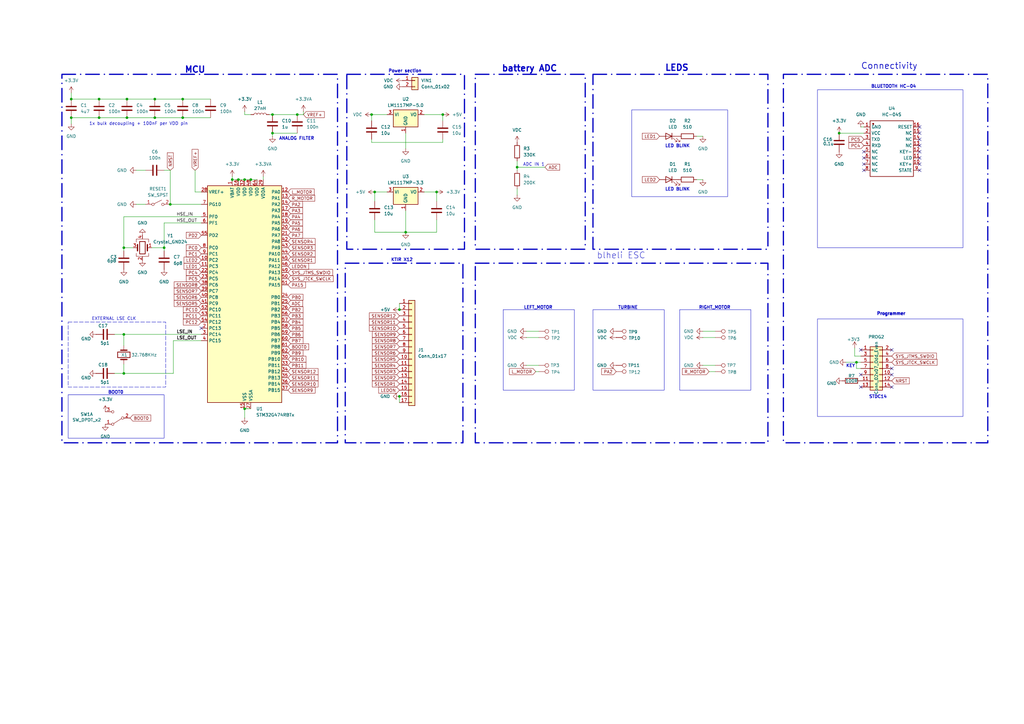
<source format=kicad_sch>
(kicad_sch (version 20231120) (generator "eeschema") (generator_version "8.0")
  (paper "A3")
  (junction (at 74.93 40.64))
  (junction (at 153.67 78.74))
  (junction (at 179.07 78.74))
  (junction (at 29.21 40.64))
  (junction (at 111.76 54.61))
  (junction (at 40.64 40.64))
  (junction (at 29.21 48.26))
  (junction (at 69.85 83.82))
  (junction (at 52.07 48.26))
  (junction (at 67.31 101.6))
  (junction (at 152.4 46.99))
  (junction (at 50.8 153.162))
  (junction (at 50.8 101.6))
  (junction (at 100.33 167.64))
  (junction (at 63.5 48.26))
  (junction (at 166.37 95.25))
  (junction (at 121.92 46.99))
  (junction (at 40.64 48.26))
  (junction (at 102.87 73.66))
  (junction (at 100.33 73.66))
  (junction (at 74.93 48.26))
  (junction (at 344.17 54.61))
  (junction (at 95.25 73.66))
  (junction (at 212.09 68.58))
  (junction (at 351.282 148.59))
  (junction (at 50.8 137.16))
  (junction (at 181.61 46.99))
  (junction (at 63.5 40.64))
  (junction (at 97.79 73.66))
  (junction (at 163.83 127))
  (junction (at 52.07 40.64))
  (junction (at 163.83 162.56))
  (junction (at 111.76 46.99))
  (no_connect (at 353.06 153.67))
  (no_connect (at 354.33 67.31))
  (no_connect (at 353.06 143.51))
  (no_connect (at 377.19 62.23))
  (no_connect (at 365.76 158.75))
  (no_connect (at 377.19 54.61))
  (no_connect (at 377.19 69.85))
  (no_connect (at 354.33 64.77))
  (no_connect (at 377.19 57.15))
  (no_connect (at 377.19 67.31))
  (no_connect (at 377.19 59.69))
  (no_connect (at 354.33 69.85))
  (no_connect (at 377.19 64.77))
  (no_connect (at 82.55 134.62))
  (no_connect (at 353.06 158.75))
  (no_connect (at 354.33 62.23))
  (no_connect (at 365.76 151.13))
  (no_connect (at 377.19 52.07))
  (no_connect (at 365.76 153.67))
  (no_connect (at 365.76 143.51))
  (wire (pts (xy 50.8 141.732) (xy 50.8 137.16)))
  (wire (pts (xy 153.67 78.74) (xy 158.75 78.74)))
  (wire (pts (xy 80.01 78.74) (xy 82.55 78.74)))
  (wire (pts (xy 166.37 95.25) (xy 179.07 95.25)))
  (wire (pts (xy 100.33 45.72) (xy 100.33 46.99)))
  (wire (pts (xy 71.12 139.7) (xy 71.12 153.162)))
  (wire (pts (xy 111.76 54.61) (xy 121.92 54.61)))
  (wire (pts (xy 46.99 137.16) (xy 50.8 137.16)))
  (wire (pts (xy 55.88 69.85) (xy 59.69 69.85)))
  (wire (pts (xy 110.49 46.99) (xy 111.76 46.99)))
  (wire (pts (xy 293.37 152.4) (xy 290.83 152.4)))
  (wire (pts (xy 152.4 46.99) (xy 158.75 46.99)))
  (wire (pts (xy 163.83 162.56) (xy 163.83 165.1)))
  (wire (pts (xy 29.21 48.26) (xy 40.64 48.26)))
  (wire (pts (xy 173.99 78.74) (xy 179.07 78.74)))
  (wire (pts (xy 67.31 101.6) (xy 62.23 101.6)))
  (wire (pts (xy 50.8 149.352) (xy 50.8 153.162)))
  (wire (pts (xy 29.21 40.64) (xy 40.64 40.64)))
  (wire (pts (xy 29.21 38.1) (xy 29.21 40.64)))
  (wire (pts (xy 173.99 46.99) (xy 181.61 46.99)))
  (wire (pts (xy 346.964 148.59) (xy 351.282 148.59)))
  (wire (pts (xy 102.87 167.64) (xy 100.33 167.64)))
  (wire (pts (xy 353.06 52.07) (xy 354.33 52.07)))
  (wire (pts (xy 71.12 139.7) (xy 82.55 139.7)))
  (wire (pts (xy 166.37 86.36) (xy 166.37 95.25)))
  (wire (pts (xy 80.01 69.85) (xy 80.01 78.74)))
  (wire (pts (xy 285.75 55.88) (xy 288.29 55.88)))
  (wire (pts (xy 124.46 45.72) (xy 124.46 46.99)))
  (wire (pts (xy 344.17 54.61) (xy 354.33 54.61)))
  (wire (pts (xy 179.07 78.74) (xy 179.07 82.55)))
  (wire (pts (xy 50.8 101.6) (xy 54.61 101.6)))
  (wire (pts (xy 285.75 73.66) (xy 288.29 73.66)))
  (wire (pts (xy 95.25 72.39) (xy 95.25 73.66)))
  (wire (pts (xy 212.09 77.47) (xy 212.09 80.01)))
  (wire (pts (xy 179.07 95.25) (xy 179.07 90.17)))
  (wire (pts (xy 95.25 73.66) (xy 97.79 73.66)))
  (wire (pts (xy 293.37 135.89) (xy 288.29 135.89)))
  (wire (pts (xy 212.09 69.85) (xy 212.09 68.58)))
  (wire (pts (xy 63.5 48.26) (xy 74.93 48.26)))
  (wire (pts (xy 50.8 153.162) (xy 71.12 153.162)))
  (wire (pts (xy 67.31 101.6) (xy 67.31 102.87)))
  (wire (pts (xy 52.07 48.26) (xy 63.5 48.26)))
  (wire (pts (xy 350.52 142.748) (xy 350.52 146.05)))
  (wire (pts (xy 55.88 83.82) (xy 59.69 83.82)))
  (wire (pts (xy 124.46 46.99) (xy 121.92 46.99)))
  (wire (pts (xy 163.83 124.46) (xy 163.83 127)))
  (wire (pts (xy 181.61 46.99) (xy 181.61 49.53)))
  (wire (pts (xy 166.37 54.61) (xy 166.37 60.96)))
  (wire (pts (xy 97.79 73.66) (xy 100.33 73.66)))
  (wire (pts (xy 220.98 152.4) (xy 219.71 152.4)))
  (wire (pts (xy 223.52 68.58) (xy 212.09 68.58)))
  (wire (pts (xy 107.95 72.39) (xy 107.95 73.66)))
  (wire (pts (xy 50.8 137.16) (xy 82.55 137.16)))
  (wire (pts (xy 67.31 91.44) (xy 67.31 101.6)))
  (wire (pts (xy 181.61 58.42) (xy 181.61 57.15)))
  (wire (pts (xy 152.4 46.99) (xy 152.4 49.53)))
  (wire (pts (xy 40.64 40.64) (xy 52.07 40.64)))
  (wire (pts (xy 67.31 69.85) (xy 69.85 69.85)))
  (wire (pts (xy 152.4 58.42) (xy 181.61 58.42)))
  (wire (pts (xy 293.37 149.86) (xy 288.29 149.86)))
  (wire (pts (xy 100.33 46.99) (xy 102.87 46.99)))
  (wire (pts (xy 69.85 83.82) (xy 82.55 83.82)))
  (wire (pts (xy 220.98 135.89) (xy 215.9 135.89)))
  (wire (pts (xy 100.33 73.66) (xy 102.87 73.66)))
  (wire (pts (xy 220.98 138.43) (xy 215.9 138.43)))
  (wire (pts (xy 82.55 88.9) (xy 50.8 88.9)))
  (wire (pts (xy 29.21 48.26) (xy 29.21 50.8)))
  (wire (pts (xy 111.76 46.99) (xy 121.92 46.99)))
  (wire (pts (xy 293.37 138.43) (xy 288.29 138.43)))
  (wire (pts (xy 351.282 151.13) (xy 351.282 148.59)))
  (wire (pts (xy 102.87 73.66) (xy 105.41 73.66)))
  (wire (pts (xy 50.8 101.6) (xy 50.8 102.87)))
  (wire (pts (xy 40.64 48.26) (xy 52.07 48.26)))
  (wire (pts (xy 153.67 90.17) (xy 153.67 95.25)))
  (wire (pts (xy 152.4 58.42) (xy 152.4 57.15)))
  (wire (pts (xy 153.67 78.74) (xy 153.67 82.55)))
  (wire (pts (xy 50.8 88.9) (xy 50.8 101.6)))
  (wire (pts (xy 351.282 148.59) (xy 353.06 148.59)))
  (wire (pts (xy 220.98 149.86) (xy 215.9 149.86)))
  (wire (pts (xy 212.09 66.04) (xy 212.09 68.58)))
  (wire (pts (xy 67.31 91.44) (xy 82.55 91.44)))
  (wire (pts (xy 353.06 151.13) (xy 351.282 151.13)))
  (wire (pts (xy 74.93 40.64) (xy 86.36 40.64)))
  (wire (pts (xy 153.67 95.25) (xy 166.37 95.25)))
  (wire (pts (xy 63.5 40.64) (xy 74.93 40.64)))
  (wire (pts (xy 46.99 153.162) (xy 50.8 153.162)))
  (wire (pts (xy 350.52 146.05) (xy 353.06 146.05)))
  (wire (pts (xy 69.85 69.85) (xy 69.85 83.82)))
  (wire (pts (xy 111.76 55.88) (xy 111.76 54.61)))
  (wire (pts (xy 52.07 40.64) (xy 63.5 40.64)))
  (wire (pts (xy 100.33 171.45) (xy 100.33 167.64)))
  (wire (pts (xy 74.93 48.26) (xy 86.36 48.26)))
  (rectangle (start 243.205 127) (end 272.415 160.02))
  (rectangle (start 259.08 45.085) (end 298.45 80.645))
  (rectangle (start 141.605 107.95) (end 189.865 181.61) (stroke (width 0.508) (type dash_dot)))
  (rectangle (start 194.945 107.95) (end 314.96 181.61) (stroke (width 0.508) (type dash_dot)))
  (rectangle (start 27.94 161.925) (end 67.31 179.705))
  (rectangle (start 142.24 30.48) (end 190.5 102.235) (stroke (width 0.508) (type dash_dot)))
  (rectangle (start 27.94 132.08) (end 67.945 158.75) (stroke (width 0) (type dash)))
  (rectangle (start 278.765 127) (end 307.975 160.02))
  (rectangle (start 25.4 30.48) (end 138.43 181.61) (stroke (width 0.508) (type dash_dot)))
  (rectangle (start 194.945 30.48) (end 240.03 102.235) (stroke (width 0.508) (type dash_dot)))
  (rectangle (start 206.375 127) (end 235.585 160.02))
  (rectangle (start 335.28 36.83) (end 394.97 101.6))
  (rectangle (start 243.205 30.48) (end 314.96 102.235) (stroke (width 0.508) (type dash_dot)))
  (rectangle (start 335.28 130.81) (end 394.97 170.815))
  (rectangle (start 321.31 30.48) (end 405.13 181.61) (stroke (width 0.508) (type dash_dot)))
  (text "Programmer" (at 365.506 128.778 0) (effects (font (size 1.27 1.27) (thickness 0.508) (bold yes))))
  (text "1x bulk decoupling + 100nF per VDD pin" (at 36.576 51.562 0) (effects (font (size 1.27 1.27)) (justify left bottom)))
  (text "LEFT_MOTOR\n" (at 220.726 126.238 0) (effects (font (size 1.27 1.27) (thickness 0.254) (bold yes))))
  (text "STDC14" (at 356.362 163.576 0) (effects (font (size 1.27 1.27) (thickness 0.254) (bold yes)) (justify left bottom)))
  (text "TURBINE" (at 257.556 126.238 0) (effects (font (size 1.27 1.27) (thickness 0.254) (bold yes))))
  (text "ADC IN 1\n\n" (at 218.948 68.58 0) (effects (font (size 1.27 1.27))))
  (text "BOOT0\n" (at 47.498 161.036 0) (effects (font (size 1.27 1.27) (bold yes))))
  (text "BLUETOOTH HC-04\n\n" (at 366.522 36.576 0) (effects (font (size 1.27 1.27) (bold yes))))
  (text "LED BLINK\n" (at 277.876 77.724 0) (effects (font (size 1.27 1.27) (bold yes))))
  (text "Power section" (at 166.116 29.21 0) (effects (font (size 1.27 1.27) (thickness 0.254) (bold yes))))
  (text "LED BLINK\n" (at 277.876 59.944 0) (effects (font (size 1.27 1.27) (bold yes))))
  (text "KTIR X12\n\n" (at 164.846 107.696 0) (effects (font (size 1.27 1.27) (bold yes))))
  (text "KEY" (at 346.964 150.876 0) (effects (font (size 1.27 1.27) (bold yes)) (justify left bottom)))
  (text "ANALOG FILTER\n" (at 121.666 56.896 0) (effects (font (size 1.27 1.27) (bold yes))))
  (text "RIGHT_MOTOR" (at 293.116 126.238 0) (effects (font (size 1.27 1.27) (thickness 0.254) (bold yes))))
  (text "battery ADC" (at 217.17 28.194 0) (effects (font (size 2.54 2.54) (bold yes))))
  (text "Connectivity" (at 364.744 27.178 0) (effects (font (size 2.54 2.54) (thickness 0.254) (bold yes))))
  (text "LEDS" (at 277.622 27.94 0) (effects (font (size 2.54 2.54) (bold yes))))
  (text "EXTERNAL LSE CLK" (at 37.592 131.572 0) (effects (font (size 1.27 1.27)) (justify left bottom)))
  (text "blheli ESC" (at 254.762 104.902 0) (effects (font (size 2.54 2.54))))
  (text "MCU" (at 80.01 28.702 0) (effects (font (size 2.54 2.54) (thickness 0.508) (bold yes))))
  (label "HSE_OUT" (at 72.39 91.44 0))
  (label "HSE_IN" (at 72.39 88.9 0))
  (label "LSE_OUT" (at 72.39 139.7 0) (effects (font (bold yes))))
  (label "LSE_IN" (at 72.39 137.16 0) (effects (font (bold yes))))
  (global_label "PC1" (shape input) (at 82.55 104.14 180) (property "Intersheetrefs" "${INTERSHEET_REFS}" (effects (hide yes))))
  (global_label "PC5" (shape input) (at 82.55 114.3 180) (property "Intersheetrefs" "${INTERSHEET_REFS}" (effects (hide yes))))
  (global_label "SENSOR5" (shape input) (at 82.55 124.46 180) (property "Intersheetrefs" "${INTERSHEET_REFS}" (effects (hide yes))))
  (global_label "NRST" (shape input) (at 69.85 69.85 90) (property "Intersheetrefs" "${INTERSHEET_REFS}" (effects (hide yes))))
  (global_label "NRST" (shape input) (at 365.76 156.21 0) (property "Intersheetrefs" "${INTERSHEET_REFS}" (effects (hide yes))))
  (global_label "PC0" (shape input) (at 82.55 101.6 180) (property "Intersheetrefs" "${INTERSHEET_REFS}" (effects (hide yes))))
  (global_label "PB9" (shape input) (at 118.11 144.78 0) (property "Intersheetrefs" "${INTERSHEET_REFS}" (effects (hide yes))))
  (global_label "PA2" (shape input) (at 118.11 83.82 0) (property "Intersheetrefs" "${INTERSHEET_REFS}" (effects (hide yes))))
  (global_label "SENSOR11" (shape input) (at 118.11 154.94 0) (property "Intersheetrefs" "${INTERSHEET_REFS}" (effects (hide yes))))
  (global_label "SENSOR9" (shape input) (at 163.83 137.16 180) (property "Intersheetrefs" "${INTERSHEET_REFS}" (effects (hide yes))))
  (global_label "LED2" (shape input) (at 82.55 106.68 180) (property "Intersheetrefs" "${INTERSHEET_REFS}" (effects (hide yes))))
  (global_label "PC4" (shape input) (at 354.33 59.69 180) (property "Intersheetrefs" "${INTERSHEET_REFS}" (effects (hide yes))))
  (global_label "PB5" (shape input) (at 118.11 134.62 0) (property "Intersheetrefs" "${INTERSHEET_REFS}" (effects (hide yes))))
  (global_label "SENSOR12" (shape input) (at 163.83 129.54 180) (property "Intersheetrefs" "${INTERSHEET_REFS}" (effects (hide yes))))
  (global_label "SENSOR6" (shape input) (at 82.55 121.92 180) (property "Intersheetrefs" "${INTERSHEET_REFS}" (effects (hide yes))))
  (global_label "VREF+" (shape input) (at 80.01 69.85 90) (property "Intersheetrefs" "${INTERSHEET_REFS}" (effects (hide yes))))
  (global_label "SENSOR12" (shape input) (at 118.11 152.4 0) (property "Intersheetrefs" "${INTERSHEET_REFS}" (effects (hide yes))))
  (global_label "PB0" (shape input) (at 118.11 121.92 0) (property "Intersheetrefs" "${INTERSHEET_REFS}" (effects (hide yes))))
  (global_label "SENSOR6" (shape input) (at 163.83 144.78 180) (property "Intersheetrefs" "${INTERSHEET_REFS}" (effects (hide yes))))
  (global_label "SYS_JTMS_SWDIO" (shape input) (at 118.11 111.76 0) (property "Intersheetrefs" "${INTERSHEET_REFS}" (effects (hide yes))))
  (global_label "SENSOR4" (shape input) (at 163.83 149.86 180) (property "Intersheetrefs" "${INTERSHEET_REFS}" (effects (hide yes))))
  (global_label "PA2" (shape input) (at 252.73 152.4 180) (property "Intersheetrefs" "${INTERSHEET_REFS}" (effects (hide yes))))
  (global_label "PB6" (shape input) (at 118.11 137.16 0) (property "Intersheetrefs" "${INTERSHEET_REFS}" (effects (hide yes))))
  (global_label "R_MOTOR" (shape input) (at 290.83 152.4 180) (property "Intersheetrefs" "${INTERSHEET_REFS}" (effects (hide yes))))
  (global_label "SENSOR7" (shape input) (at 82.55 119.38 180) (property "Intersheetrefs" "${INTERSHEET_REFS}" (effects (hide yes))))
  (global_label "PA6" (shape input) (at 118.11 93.98 0) (property "Intersheetrefs" "${INTERSHEET_REFS}" (effects (hide yes))))
  (global_label "SENSOR7" (shape input) (at 163.83 142.24 180) (property "Intersheetrefs" "${INTERSHEET_REFS}" (effects (hide yes))))
  (global_label "SENSOR8" (shape input) (at 82.55 116.84 180) (property "Intersheetrefs" "${INTERSHEET_REFS}" (effects (hide yes))))
  (global_label "SENSOR2" (shape input) (at 163.83 154.94 180) (property "Intersheetrefs" "${INTERSHEET_REFS}" (effects (hide yes))))
  (global_label "BOOT0" (shape input) (at 53.34 171.45 0) (property "Intersheetrefs" "${INTERSHEET_REFS}" (effects (hide yes))))
  (global_label "SYS_JTMS_SWDIO" (shape input) (at 365.76 146.05 0) (property "Intersheetrefs" "${INTERSHEET_REFS}" (effects (hide yes))))
  (global_label "PA15" (shape input) (at 118.11 116.84 0) (property "Intersheetrefs" "${INTERSHEET_REFS}" (effects (hide yes))))
  (global_label "PA3" (shape input) (at 118.11 86.36 0) (property "Intersheetrefs" "${INTERSHEET_REFS}" (effects (hide yes))))
  (global_label "PC5" (shape input) (at 354.33 57.15 180) (property "Intersheetrefs" "${INTERSHEET_REFS}" (effects (hide yes))))
  (global_label "LED2" (shape input) (at 270.51 73.66 180) (property "Intersheetrefs" "${INTERSHEET_REFS}" (effects (hide yes))))
  (global_label "PA7" (shape input) (at 118.11 96.52 0) (property "Intersheetrefs" "${INTERSHEET_REFS}" (effects (hide yes))))
  (global_label "PC4" (shape input) (at 82.55 111.76 180) (property "Intersheetrefs" "${INTERSHEET_REFS}" (effects (hide yes))))
  (global_label "PA4" (shape input) (at 118.11 88.9 0) (property "Intersheetrefs" "${INTERSHEET_REFS}" (effects (hide yes))))
  (global_label "SENSOR9" (shape input) (at 118.11 160.02 0) (property "Intersheetrefs" "${INTERSHEET_REFS}" (effects (hide yes))))
  (global_label "ADC" (shape input) (at 223.52 68.58 0) (property "Intersheetrefs" "${INTERSHEET_REFS}" (effects (hide yes))))
  (global_label "PB7" (shape input) (at 118.11 139.7 0) (property "Intersheetrefs" "${INTERSHEET_REFS}" (effects (hide yes))))
  (global_label "PB2" (shape input) (at 118.11 127 0) (property "Intersheetrefs" "${INTERSHEET_REFS}" (effects (hide yes))))
  (global_label "PB4" (shape input) (at 118.11 132.08 0) (property "Intersheetrefs" "${INTERSHEET_REFS}" (effects (hide yes))))
  (global_label "PC10" (shape input) (at 82.55 127 180) (property "Intersheetrefs" "${INTERSHEET_REFS}" (effects (hide yes))))
  (global_label "SENSOR2" (shape input) (at 118.11 104.14 0) (property "Intersheetrefs" "${INTERSHEET_REFS}" (effects (hide yes))))
  (global_label "PC12" (shape input) (at 82.55 132.08 180) (property "Intersheetrefs" "${INTERSHEET_REFS}" (effects (hide yes))))
  (global_label "SENSOR3" (shape input) (at 163.83 152.4 180) (property "Intersheetrefs" "${INTERSHEET_REFS}" (effects (hide yes))))
  (global_label "BOOT0" (shape input) (at 118.11 142.24 0) (property "Intersheetrefs" "${INTERSHEET_REFS}" (effects (hide yes))))
  (global_label "SENSOR3" (shape input) (at 118.11 101.6 0) (property "Intersheetrefs" "${INTERSHEET_REFS}" (effects (hide yes))))
  (global_label "SENSOR10" (shape input) (at 118.11 157.48 0) (property "Intersheetrefs" "${INTERSHEET_REFS}" (effects (hide yes))))
  (global_label "VREF+" (shape input) (at 124.46 46.99 0) (property "Intersheetrefs" "${INTERSHEET_REFS}" (effects (hide yes))))
  (global_label "LED1" (shape input) (at 82.55 109.22 180) (property "Intersheetrefs" "${INTERSHEET_REFS}" (effects (hide yes))))
  (global_label "SENSOR11" (shape input) (at 163.83 132.08 180) (property "Intersheetrefs" "${INTERSHEET_REFS}" (effects (hide yes))))
  (global_label "L_MOTOR" (shape input) (at 219.71 152.4 180) (property "Intersheetrefs" "${INTERSHEET_REFS}" (effects (hide yes))))
  (global_label "SENSOR5" (shape input) (at 163.83 147.32 180) (property "Intersheetrefs" "${INTERSHEET_REFS}" (effects (hide yes))))
  (global_label "SENSOR4" (shape input) (at 118.11 99.06 0) (property "Intersheetrefs" "${INTERSHEET_REFS}" (effects (hide yes))))
  (global_label "SENSOR1" (shape input) (at 118.11 106.68 0) (property "Intersheetrefs" "${INTERSHEET_REFS}" (effects (hide yes))))
  (global_label "ADC" (shape input) (at 118.11 124.46 0) (property "Intersheetrefs" "${INTERSHEET_REFS}" (effects (hide yes))))
  (global_label "SENSOR10" (shape input) (at 163.83 134.62 180) (property "Intersheetrefs" "${INTERSHEET_REFS}" (effects (hide yes))))
  (global_label "PB3" (shape input) (at 118.11 129.54 0) (property "Intersheetrefs" "${INTERSHEET_REFS}" (effects (hide yes))))
  (global_label "LEDON" (shape input) (at 118.11 109.22 0) (property "Intersheetrefs" "${INTERSHEET_REFS}" (effects (hide yes))))
  (global_label "SENSOR8" (shape input) (at 163.83 139.7 180) (property "Intersheetrefs" "${INTERSHEET_REFS}" (effects (hide yes))))
  (global_label "SYS_JTCK_SWCLK" (shape input) (at 365.76 148.59 0) (property "Intersheetrefs" "${INTERSHEET_REFS}" (effects (hide yes))))
  (global_label "LEDON" (shape input) (at 163.83 160.02 180) (property "Intersheetrefs" "${INTERSHEET_REFS}" (effects (hide yes))))
  (global_label "L_MOTOR" (shape input) (at 118.11 78.74 0) (property "Intersheetrefs" "${INTERSHEET_REFS}" (effects (hide yes))))
  (global_label "SYS_JTCK_SWCLK" (shape input) (at 118.11 114.3 0) (property "Intersheetrefs" "${INTERSHEET_REFS}" (effects (hide yes))))
  (global_label "LED1" (shape input) (at 270.51 55.88 180) (property "Intersheetrefs" "${INTERSHEET_REFS}" (effects (hide yes))))
  (global_label "PB11" (shape input) (at 118.11 149.86 0) (property "Intersheetrefs" "${INTERSHEET_REFS}" (effects (hide yes))))
  (global_label "PC11" (shape input) (at 82.55 129.54 180) (property "Intersheetrefs" "${INTERSHEET_REFS}" (effects (hide yes))))
  (global_label "PA5" (shape input) (at 118.11 91.44 0) (property "Intersheetrefs" "${INTERSHEET_REFS}" (effects (hide yes))))
  (global_label "R_MOTOR" (shape input) (at 118.11 81.28 0) (property "Intersheetrefs" "${INTERSHEET_REFS}" (effects (hide yes))))
  (global_label "PB10" (shape input) (at 118.11 147.32 0) (property "Intersheetrefs" "${INTERSHEET_REFS}" (effects (hide yes))))
  (global_label "SENSOR1" (shape input) (at 163.83 157.48 180) (property "Intersheetrefs" "${INTERSHEET_REFS}" (effects (hide yes))))
  (global_label "PD2" (shape input) (at 82.55 96.52 180) (property "Intersheetrefs" "${INTERSHEET_REFS}" (effects (hide yes))))
  (symbol (lib_id "power:GND") (at 55.88 83.82 270) (unit 1)
    (property "Reference" "#PWR07" (effects (hide yes)))
    (property "Value" "GND" (at 52.07 83.8199 90) (effects (justify right)))
    (property "Description" "Power symbol creates a global label with name \"GND\" , ground" (effects (hide yes)))
  )
  (symbol (lib_id "Connector:TestPoint") (at 220.98 149.86 270) (unit 1)
    (property "Reference" "TP3" (at 225.806 149.86 90) (effects (justify left)))
    (property "Value" "TestPoint" (effects (hide yes)))
    (property "Footprint" "TestPoint:TestPoint_Pad_D3.0mm" (effects (hide yes)))
    (property "Description" "test point" (effects (hide yes)))
  )
  (symbol (lib_id "Regulator_Linear:LM1117MP-3.3") (at 166.37 78.74 0) (unit 1)
    (property "Reference" "U3" (at 166.37 72.39 0))
    (property "Value" "LM1117MP-3.3" (at 166.37 74.93 0))
    (property "Footprint" "Package_TO_SOT_SMD:SOT-223-3_TabPin2" (effects (hide yes)))
    (property "Datasheet" "http://www.ti.com/lit/ds/symlink/lm1117.pdf" (effects (hide yes)))
    (property "Description" "800mA Low-Dropout Linear Regulator, 3.3V fixed output, SOT-223" (effects (hide yes)))
  )
  (symbol (lib_id "power:GND") (at 288.29 55.88 0) (unit 1)
    (property "Reference" "#PWR018" (effects (hide yes)))
    (property "Value" "GND" (at 288.29 60.96 0))
    (property "Description" "Power symbol creates a global label with name \"GND\" , ground" (effects (hide yes)))
  )
  (symbol (lib_id "Switch:SW_SPST") (at 64.77 83.82 0) (unit 1)
    (property "Reference" "RESET1" (at 64.77 77.47 0))
    (property "Value" "SW_SPST" (at 64.77 80.01 0))
    (property "Footprint" "Button_Switch_SMD:SW_SPST_CK_RS282G05A3" (effects (hide yes)))
    (property "Description" "Single Pole Single Throw (SPST) switch" (effects (hide yes)))
  )
  (symbol (lib_id "Device:C") (at 153.67 86.36 0) (unit 1)
    (property "Reference" "C13" (at 157.48 85.0899 0) (effects (justify left)))
    (property "Value" "10u" (at 157.48 87.6299 0) (effects (justify left)))
    (property "Footprint" "Capacitor_SMD:C_0603_1608Metric" (effects (hide yes)))
    (property "Description" "Unpolarized capacitor" (effects (hide yes)))
  )
  (symbol (lib_id "power:+3V3") (at 350.52 142.748 0) (unit 1)
    (property "Reference" "#PWR054" (effects (hide yes)))
    (property "Value" "+3V3" (at 350.012 139.192 0))
  )
  (symbol (lib_id "power:+3.3V") (at 43.18 168.91 0) (unit 1)
    (property "Reference" "#PWR03" (effects (hide yes)))
    (property "Value" "+3.3V" (at 43.18 163.83 0))
    (property "Description" "Power symbol creates a global label with name \"+3.3V\"" (effects (hide yes)))
  )
  (symbol (lib_id "power:GND") (at 345.44 156.21 270) (unit 1)
    (property "Reference" "#PWR052" (effects (hide yes)))
    (property "Value" "GND" (at 343.154 157.226 90) (effects (justify right)))
  )
  (symbol (lib_id "power:GND") (at 252.73 149.86 270) (unit 1)
    (property "Reference" "#PWR044" (effects (hide yes)))
    (property "Value" "GND" (at 248.92 149.8599 90) (effects (justify right)))
    (property "Description" "Power symbol creates a global label with name \"GND\" , ground" (effects (hide yes)))
  )
  (symbol (lib_id "power:GND") (at 165.1 35.56 270) (unit 1)
    (property "Reference" "#PWR022" (effects (hide yes)))
    (property "Value" "GND" (at 161.29 35.5599 90) (effects (justify right)))
    (property "Description" "Power symbol creates a global label with name \"GND\" , ground" (effects (hide yes)))
  )
  (symbol (lib_id "Connector:TestPoint") (at 293.37 152.4 270) (unit 1)
    (property "Reference" "TP8" (at 298.45 152.654 90) (effects (justify left)))
    (property "Value" "TestPoint" (effects (hide yes)))
    (property "Footprint" "TestPoint:TestPoint_Pad_D3.0mm" (effects (hide yes)))
    (property "Description" "test point" (effects (hide yes)))
  )
  (symbol (lib_id "Device:R") (at 212.09 73.66 0) (unit 1)
    (property "Reference" "R4" (at 214.63 72.3899 0) (effects (justify left)))
    (property "Value" "200K" (at 214.63 74.9299 0) (effects (justify left)))
    (property "Footprint" "Capacitor_SMD:C_0603_1608Metric" (effects (hide yes)))
    (property "Description" "Resistor" (effects (hide yes)))
  )
  (symbol (lib_id "Device:C") (at 152.4 53.34 0) (unit 1)
    (property "Reference" "C12" (at 156.21 52.0699 0) (effects (justify left)))
    (property "Value" "10u" (at 156.21 54.6099 0) (effects (justify left)))
    (property "Footprint" "Capacitor_SMD:C_0603_1608Metric" (effects (hide yes)))
    (property "Description" "Unpolarized capacitor" (effects (hide yes)))
  )
  (symbol (lib_id "power:GND") (at 344.17 62.23 0) (unit 1)
    (property "Reference" "#PWR037" (effects (hide yes)))
    (property "Value" "GND" (at 344.17 67.31 0))
    (property "Description" "Power symbol creates a global label with name \"GND\" , ground" (effects (hide yes)))
  )
  (symbol (lib_id "power:GND") (at 212.09 80.01 0) (unit 1)
    (property "Reference" "#PWR028" (effects (hide yes)))
    (property "Value" "GND" (at 212.09 85.09 0))
    (property "Description" "Power symbol creates a global label with name \"GND\" , ground" (effects (hide yes)))
  )
  (symbol (lib_id "power:GND") (at 166.37 60.96 0) (unit 1)
    (property "Reference" "#PWR023" (effects (hide yes)))
    (property "Value" "GND" (at 166.37 66.04 0))
    (property "Description" "Power symbol creates a global label with name \"GND\" , ground" (effects (hide yes)))
  )
  (symbol (lib_id "Device:R") (at 212.09 62.23 0) (unit 1)
    (property "Reference" "R3" (at 214.63 60.9599 0) (effects (justify left)))
    (property "Value" "330K" (at 214.63 63.4999 0) (effects (justify left)))
    (property "Footprint" "Capacitor_SMD:C_0603_1608Metric" (effects (hide yes)))
    (property "Description" "Resistor" (effects (hide yes)))
  )
  (symbol (lib_id "power:+3.3VA") (at 107.95 72.39 0) (unit 1)
    (property "Reference" "#PWR015" (effects (hide yes)))
    (property "Value" "+3.3VA" (at 107.95 67.31 0))
    (property "Description" "Power symbol creates a global label with name \"+3.3VA\"" (effects (hide yes)))
  )
  (symbol (lib_id "power:GND") (at 39.37 153.162 270) (unit 1)
    (property "Reference" "#PWR033" (effects (hide yes)))
    (property "Value" "GND" (at 37.338 154.94 90) (effects (justify right)))
  )
  (symbol (lib_id "Connector:TestPoint") (at 252.73 149.86 270) (unit 1)
    (property "Reference" "TP11" (at 257.556 149.86 90) (effects (justify left)))
    (property "Value" "TestPoint" (effects (hide yes)))
    (property "Footprint" "TestPoint:TestPoint_Pad_D3.0mm" (effects (hide yes)))
    (property "Description" "test point" (effects (hide yes)))
  )
  (symbol (lib_id "power:GND") (at 55.88 69.85 270) (unit 1)
    (property "Reference" "#PWR06" (effects (hide yes)))
    (property "Value" "GND" (at 52.07 69.8499 90) (effects (justify right)))
    (property "Description" "Power symbol creates a global label with name \"GND\" , ground" (effects (hide yes)))
  )
  (symbol (lib_id "power:GND") (at 163.83 162.56 270) (unit 1)
    (property "Reference" "#PWR035" (effects (hide yes)))
    (property "Value" "GND" (at 160.02 162.5599 90) (effects (justify right)))
    (property "Description" "Power symbol creates a global label with name \"GND\" , ground" (effects (hide yes)))
  )
  (symbol (lib_id "Device:C") (at 111.76 50.8 0) (unit 1)
    (property "Reference" "C10" (at 115.57 49.5299 0) (effects (justify left)))
    (property "Value" "1u" (at 115.57 52.0699 0) (effects (justify left)))
    (property "Footprint" "Capacitor_SMD:C_0603_1608Metric" (effects (hide yes)))
    (property "Description" "Unpolarized capacitor" (effects (hide yes)))
  )
  (symbol (lib_id "MCU_ST_STM32G4:STM32G474RBTx") (at 100.33 121.92 0) (unit 1)
    (property "Reference" "U1" (at 105.0641 167.64 0) (effects (justify left)))
    (property "Value" "STM32G474RBTx" (at 105.0641 170.18 0) (effects (justify left)))
    (property "Footprint" "Package_QFP:LQFP-64_10x10mm_P0.5mm" (effects (hide yes)))
    (property "Datasheet" "https://www.st.com/resource/en/datasheet/stm32g474rb.pdf" (effects (hide yes)))
    (property "Description" "STMicroelectronics Arm Cortex-M4 MCU, 128KB flash, 128KB RAM, 170 MHz, 1.71-3.6V, 52 GPIO, LQFP64" (effects (hide yes)))
  )
  (symbol (lib_id "Device:C") (at 43.18 137.16 90) (unit 1)
    (property "Reference" "C17" (at 44.196 133.604 90) (effects (justify left)))
    (property "Value" "5p1" (at 44.958 140.716 90) (effects (justify left)))
    (property "Footprint" "Capacitor_SMD:C_0603_1608Metric" (effects (hide yes)))
  )
  (symbol (lib_id "power:GND") (at 215.9 149.86 270) (unit 1)
    (property "Reference" "#PWR031" (effects (hide yes)))
    (property "Value" "GND" (at 212.09 149.8599 90) (effects (justify right)))
    (property "Description" "Power symbol creates a global label with name \"GND\" , ground" (effects (hide yes)))
  )
  (symbol (lib_id "power:GND") (at 29.21 50.8 0) (unit 1)
    (property "Reference" "#PWR02" (effects (hide yes)))
    (property "Value" "GND" (at 29.21 55.88 0))
    (property "Description" "Power symbol creates a global label with name \"GND\" , ground" (effects (hide yes)))
  )
  (symbol (lib_id "power:VDC") (at 212.09 58.42 0) (unit 1)
    (property "Reference" "#PWR027" (effects (hide yes)))
    (property "Value" "VDC" (at 212.09 53.34 0))
    (property "Description" "Power symbol creates a global label with name \"VDC\"" (effects (hide yes)))
  )
  (symbol (lib_id "power:+3.3V") (at 100.33 45.72 0) (unit 1)
    (property "Reference" "#PWR013" (effects (hide yes)))
    (property "Value" "+3.3V" (at 100.33 40.64 0))
    (property "Description" "Power symbol creates a global label with name \"+3.3V\"" (effects (hide yes)))
  )
  (symbol (lib_id "Connector:TestPoint") (at 252.73 152.4 270) (unit 1)
    (property "Reference" "TP12" (at 257.81 152.654 90) (effects (justify left)))
    (property "Value" "TestPoint" (effects (hide yes)))
    (property "Footprint" "TestPoint:TestPoint_Pad_D3.0mm" (effects (hide yes)))
    (property "Description" "test point" (effects (hide yes)))
  )
  (symbol (lib_id "Connector_Generic:Conn_01x17") (at 168.91 144.78 0) (unit 1)
    (property "Reference" "J1" (at 171.45 143.5099 0) (effects (justify left)))
    (property "Value" "Conn_01x17" (at 171.45 146.0499 0) (effects (justify left)))
    (property "Footprint" "Connector_FFC-FPC:Hirose_FH12-17S-0.5SH_1x17-1MP_P0.50mm_Horizontal" (effects (hide yes)))
    (property "Description" "Generic connector, single row, 01x17, script generated (kicad-library-utils/schlib/autogen/connector/)" (effects (hide yes)))
  )
  (symbol (lib_id "Device:R") (at 281.94 55.88 90) (unit 1)
    (property "Reference" "R2" (at 281.94 49.53 90))
    (property "Value" "510" (at 281.94 52.07 90))
    (property "Footprint" "Capacitor_SMD:C_0603_1608Metric" (effects (hide yes)))
    (property "Description" "Resistor" (effects (hide yes)))
  )
  (symbol (lib_id "Device:L") (at 106.68 46.99 90) (unit 1)
    (property "Reference" "L1" (at 106.68 41.91 90))
    (property "Value" "27nH" (at 106.68 44.45 90))
    (property "Footprint" "Inductor_SMD:L_0603_1608Metric" (effects (hide yes)))
    (property "Description" "Inductor" (effects (hide yes)))
  )
  (symbol (lib_id "power:GND") (at 39.37 137.16 270) (unit 1)
    (property "Reference" "#PWR032" (effects (hide yes)))
    (property "Value" "GND" (at 37.338 138.938 90) (effects (justify right)))
  )
  (symbol (lib_id "Device:C") (at 63.5 44.45 0) (unit 1)
    (property "Reference" "C5" (at 67.31 43.1799 0) (effects (justify left)))
    (property "Value" "100n" (at 67.31 45.7199 0) (effects (justify left)))
    (property "Footprint" "Capacitor_SMD:C_0603_1608Metric" (effects (hide yes)))
    (property "Description" "Unpolarized capacitor" (effects (hide yes)))
  )
  (symbol (lib_id "power:GND") (at 252.73 135.89 270) (unit 1)
    (property "Reference" "#PWR042" (effects (hide yes)))
    (property "Value" "GND" (at 248.92 135.8899 90) (effects (justify right)))
    (property "Description" "Power symbol creates a global label with name \"GND\" , ground" (effects (hide yes)))
  )
  (symbol (lib_id "power:VDC") (at 252.73 138.43 90) (unit 1)
    (property "Reference" "#PWR043" (effects (hide yes)))
    (property "Value" "VDC" (at 248.92 138.4299 90) (effects (justify left)))
    (property "Description" "Power symbol creates a global label with name \"VDC\"" (effects (hide yes)))
  )
  (symbol (lib_id "power:GND") (at 100.33 171.45 0) (unit 1)
    (property "Reference" "#PWR014" (effects (hide yes)))
    (property "Value" "GND" (at 100.33 176.53 0))
    (property "Description" "Power symbol creates a global label with name \"GND\" , ground" (effects (hide yes)))
  )
  (symbol (lib_id "Device:C") (at 52.07 44.45 0) (unit 1)
    (property "Reference" "C4" (at 55.88 43.1799 0) (effects (justify left)))
    (property "Value" "100n" (at 55.88 45.7199 0) (effects (justify left)))
    (property "Footprint" "Capacitor_SMD:C_0603_1608Metric" (effects (hide yes)))
    (property "Description" "Unpolarized capacitor" (effects (hide yes)))
  )
  (symbol (lib_id "power:VDC") (at 165.1 33.02 90) (unit 1)
    (property "Reference" "#PWR021" (effects (hide yes)))
    (property "Value" "VDC" (at 161.29 33.0199 90) (effects (justify left)))
    (property "Description" "Power symbol creates a global label with name \"VDC\"" (effects (hide yes)))
  )
  (symbol (lib_id "power:GND") (at 50.8 110.49 0) (unit 1)
    (property "Reference" "#PWR05" (effects (hide yes)))
    (property "Value" "GND" (at 50.8 115.57 0))
    (property "Description" "Power symbol creates a global label with name \"GND\" , ground" (effects (hide yes)))
  )
  (symbol (lib_id "Connector:TestPoint") (at 293.37 138.43 270) (unit 1)
    (property "Reference" "TP6" (at 298.45 138.684 90) (effects (justify left)))
    (property "Value" "TestPoint" (effects (hide yes)))
    (property "Footprint" "TestPoint:TestPoint_Pad_D3.0mm" (effects (hide yes)))
    (property "Description" "test point" (effects (hide yes)))
  )
  (symbol (lib_id "Device:C") (at 179.07 86.36 0) (unit 1)
    (property "Reference" "C14" (at 182.88 85.0899 0) (effects (justify left)))
    (property "Value" "10u" (at 182.88 87.6299 0) (effects (justify left)))
    (property "Footprint" "Capacitor_SMD:C_0603_1608Metric" (effects (hide yes)))
    (property "Description" "Unpolarized capacitor" (effects (hide yes)))
  )
  (symbol (lib_id "power:+3.3V") (at 29.21 38.1 0) (unit 1)
    (property "Reference" "#PWR01" (effects (hide yes)))
    (property "Value" "+3.3V" (at 29.21 33.02 0))
    (property "Description" "Power symbol creates a global label with name \"+3.3V\"" (effects (hide yes)))
  )
  (symbol (lib_id "Connector:TestPoint") (at 220.98 135.89 270) (unit 1)
    (property "Reference" "TP1" (at 226.06 136.144 90) (effects (justify left)))
    (property "Value" "TestPoint" (effects (hide yes)))
    (property "Footprint" "TestPoint:TestPoint_Pad_D3.0mm" (effects (hide yes)))
    (property "Description" "test point" (effects (hide yes)))
  )
  (symbol (lib_id "power:+3.3VA") (at 124.46 45.72 0) (unit 1)
    (property "Reference" "#PWR017" (effects (hide yes)))
    (property "Value" "+3.3VA" (at 124.46 40.64 0))
    (property "Description" "Power symbol creates a global label with name \"+3.3VA\"" (effects (hide yes)))
  )
  (symbol (lib_id "power:VDC") (at 215.9 138.43 90) (unit 1)
    (property "Reference" "#PWR030" (effects (hide yes)))
    (property "Value" "VDC" (at 212.09 138.4299 90) (effects (justify left)))
    (property "Description" "Power symbol creates a global label with name \"VDC\"" (effects (hide yes)))
  )
  (symbol (lib_id "power:+5V") (at 163.83 127 90) (unit 1)
    (property "Reference" "#PWR034" (effects (hide yes)))
    (property "Value" "+5V" (at 160.02 126.9999 90) (effects (justify left)))
    (property "Description" "Power symbol creates a global label with name \"+5V\"" (effects (hide yes)))
  )
  (symbol (lib_id "Connector:TestPoint") (at 293.37 135.89 270) (unit 1)
    (property "Reference" "TP5" (at 298.45 136.144 90) (effects (justify left)))
    (property "Value" "TestPoint" (effects (hide yes)))
    (property "Footprint" "TestPoint:TestPoint_Pad_D3.0mm" (effects (hide yes)))
    (property "Description" "test point" (effects (hide yes)))
  )
  (symbol (lib_id "Connector_Generic:Conn_01x02") (at 170.18 33.02 0) (unit 1)
    (property "Reference" "VIN1" (at 172.72 33.0199 0) (effects (justify left)))
    (property "Value" "Conn_01x02" (at 172.72 35.5599 0) (effects (justify left)))
    (property "Footprint" "Connector_PinSocket_2.54mm:PinSocket_1x02_P2.54mm_Vertical" (effects (hide yes)))
    (property "Description" "Generic connector, single row, 01x02, script generated (kicad-library-utils/schlib/autogen/connector/)" (effects (hide yes)))
  )
  (symbol (lib_id "Device:C") (at 50.8 106.68 0) (unit 1)
    (property "Reference" "C3" (at 45.212 105.41 0) (effects (justify left)))
    (property "Value" "6p8" (at 43.942 106.934 0) (effects (justify left)))
    (property "Footprint" "Capacitor_SMD:C_0603_1608Metric" (effects (hide yes)))
    (property "Description" "Unpolarized capacitor" (effects (hide yes)))
  )
  (symbol (lib_id "Device:C") (at 344.17 58.42 180) (unit 1)
    (property "Reference" "C16" (at 337.566 57.15 0) (effects (justify right)))
    (property "Value" "0.1u" (at 337.566 58.928 0) (effects (justify right)))
    (property "Footprint" "Capacitor_SMD:C_0603_1608Metric" (effects (hide yes)))
    (property "Description" "Unpolarized capacitor" (effects (hide yes)))
  )
  (symbol (lib_id "Device:R") (at 281.94 73.66 90) (unit 1)
    (property "Reference" "R1" (at 281.94 67.31 90))
    (property "Value" "510" (at 281.94 69.85 90))
    (property "Footprint" "Capacitor_SMD:C_0603_1608Metric" (effects (hide yes)))
    (property "Description" "Resistor" (effects (hide yes)))
  )
  (symbol (lib_id "power:GND") (at 67.31 110.49 0) (unit 1)
    (property "Reference" "#PWR011" (effects (hide yes)))
    (property "Value" "GND" (at 67.31 115.57 0))
    (property "Description" "Power symbol creates a global label with name \"GND\" , ground" (effects (hide yes)))
  )
  (symbol (lib_id "power:GND") (at 43.18 173.99 0) (unit 1)
    (property "Reference" "#PWR04" (effects (hide yes)))
    (property "Value" "GND" (at 43.18 179.07 0))
    (property "Description" "Power symbol creates a global label with name \"GND\" , ground" (effects (hide yes)))
  )
  (symbol (lib_id "power:+3.3V") (at 95.25 72.39 0) (unit 1)
    (property "Reference" "#PWR012" (effects (hide yes)))
    (property "Value" "+3.3V" (at 95.25 67.31 0))
    (property "Description" "Power symbol creates a global label with name \"+3.3V\"" (effects (hide yes)))
  )
  (symbol (lib_id "Device:C") (at 67.31 106.68 0) (unit 1)
    (property "Reference" "C7" (at 71.12 105.4099 0) (effects (justify left)))
    (property "Value" "6p8" (at 71.12 107.9499 0) (effects (justify left)))
    (property "Footprint" "Capacitor_SMD:C_0603_1608Metric" (effects (hide yes)))
    (property "Description" "Unpolarized capacitor" (effects (hide yes)))
  )
  (symbol (lib_id "Device:LED") (at 274.32 73.66 0) (mirror y) (unit 1)
    (property "Reference" "D1" (at 275.9075 67.31 0))
    (property "Value" "LED" (at 275.9075 69.85 0))
    (property "Footprint" "LED_SMD:LED_0603_1608Metric" (effects (hide yes)))
    (property "Description" "Light emitting diode" (effects (hide yes)))
  )
  (symbol (lib_id "Device:R") (at 349.25 156.21 90) (unit 1)
    (property "Reference" "R7" (at 349.25 154.178 90))
    (property "Value" "100R" (at 349.25 156.21 90))
    (property "Footprint" "Resistor_SMD:R_0603_1608Metric" (effects (hide yes)))
  )
  (symbol (lib_id "power:GND") (at 288.29 135.89 270) (unit 1)
    (property "Reference" "#PWR039" (effects (hide yes)))
    (property "Value" "GND" (at 284.48 135.8899 90) (effects (justify right)))
    (property "Description" "Power symbol creates a global label with name \"GND\" , ground" (effects (hide yes)))
  )
  (symbol (lib_id "Switch:SW_DPDT_x2") (at 48.26 171.45 180) (unit 1)
    (property "Reference" "SW1" (at 35.56 169.926 0))
    (property "Value" "SW_DPDT_x2" (at 35.56 172.212 0))
    (property "Footprint" "Button_Switch_SMD:SW_SPDT_PCM12" (effects (hide yes)))
  )
  (symbol (lib_id "Device:Crystal_GND24") (at 58.42 101.6 180) (unit 1)
    (property "Reference" "Y1" (at 69.85 96.6468 0))
    (property "Value" "Crystal_GND24" (at 69.85 99.1868 0))
    (property "Footprint" "Crystal:Crystal_SMD_2016-4Pin_2.0x1.6mm" (effects (hide yes)))
    (property "Description" "Four pin crystal, GND on pins 2 and 4" (effects (hide yes)))
  )
  (symbol (lib_id "power:GND") (at 353.06 52.07 180) (unit 1)
    (property "Reference" "#PWR038" (effects (hide yes)))
    (property "Value" "GND" (at 353.06 46.99 0))
    (property "Description" "Power symbol creates a global label with name \"GND\" , ground" (effects (hide yes)))
  )
  (symbol (lib_id "Device:C") (at 181.61 53.34 0) (unit 1)
    (property "Reference" "C15" (at 185.42 52.0699 0) (effects (justify left)))
    (property "Value" "10u" (at 185.42 54.6099 0) (effects (justify left)))
    (property "Footprint" "Capacitor_SMD:C_0603_1608Metric" (effects (hide yes)))
    (property "Description" "Unpolarized capacitor" (effects (hide yes)))
  )
  (symbol (lib_id "Device:Crystal") (at 50.8 145.542 90) (unit 1)
    (property "Reference" "X1" (at 52.324 145.542 90) (effects (justify left)))
    (property "Value" "32.768KHz" (at 53.848 145.542 90) (effects (justify right)))
    (property "Footprint" "Crystal:Crystal_SMD_3215-2Pin_3.2x1.5mm" (effects (hide yes)))
  )
  (symbol (lib_id "Device:C") (at 63.5 69.85 90) (unit 1)
    (property "Reference" "C6" (at 63.5 62.23 90))
    (property "Value" "100n" (at 63.5 64.77 90))
    (property "Footprint" "Capacitor_SMD:C_0603_1608Metric" (effects (hide yes)))
    (property "Description" "Unpolarized capacitor" (effects (hide yes)))
  )
  (symbol (lib_id "power:+5V") (at 153.67 78.74 90) (unit 1)
    (property "Reference" "#PWR020" (effects (hide yes)))
    (property "Value" "+5V" (at 149.86 78.7399 90) (effects (justify left)))
    (property "Description" "Power symbol creates a global label with name \"+5V\"" (effects (hide yes)))
  )
  (symbol (lib_id "Device:C") (at 86.36 44.45 0) (unit 1)
    (property "Reference" "C9" (at 90.17 43.1799 0) (effects (justify left)))
    (property "Value" "100n" (at 90.17 45.7199 0) (effects (justify left)))
    (property "Footprint" "Capacitor_SMD:C_0603_1608Metric" (effects (hide yes)))
    (property "Description" "Unpolarized capacitor" (effects (hide yes)))
  )
  (symbol (lib_id "Device:C") (at 29.21 44.45 0) (unit 1)
    (property "Reference" "C1" (at 33.02 43.1799 0) (effects (justify left)))
    (property "Value" "4u7" (at 33.02 45.7199 0) (effects (justify left)))
    (property "Footprint" "Capacitor_SMD:C_0603_1608Metric" (effects (hide yes)))
    (property "Description" "Unpolarized capacitor" (effects (hide yes)))
  )
  (symbol (lib_id "SCHLIB_HC-04S_2024-11-19:HC-04S") (at 365.76 60.96 0) (unit 1)
    (property "Reference" "U4" (at 365.76 44.45 0))
    (property "Value" "HC-04S" (at 365.76 46.99 0))
    (property "Footprint" "hc-04:hc-04" (effects (hide yes)))
    (property "Manufacturer Part" "HC-04S" (effects (hide yes)))
    (property "Manufacturer" "null" (effects (hide yes)))
    (property "Supplier Part" "C9900034130" (effects (hide yes)))
    (property "Supplier" "LCSC" (effects (hide yes)))
  )
  (symbol (lib_id "Regulator_Linear:LM1117MP-5.0") (at 166.37 46.99 0) (unit 1)
    (property "Reference" "U2" (at 166.37 40.64 0))
    (property "Value" "LM1117MP-5.0" (at 166.37 43.18 0))
    (property "Footprint" "Package_TO_SOT_SMD:SOT-223-3_TabPin2" (effects (hide yes)))
    (property "Datasheet" "http://www.ti.com/lit/ds/symlink/lm1117.pdf" (effects (hide yes)))
    (property "Description" "800mA Low-Dropout Linear Regulator, 5.0V fixed output, SOT-223" (effects (hide yes)))
  )
  (symbol (lib_id "power:GND") (at 288.29 73.66 0) (unit 1)
    (property "Reference" "#PWR08" (effects (hide yes)))
    (property "Value" "GND" (at 288.29 78.74 0))
    (property "Description" "Power symbol creates a global label with name \"GND\" , ground" (effects (hide yes)))
  )
  (symbol (lib_id "Connector:TestPoint") (at 220.98 152.4 270) (unit 1)
    (property "Reference" "TP4" (at 226.06 152.654 90) (effects (justify left)))
    (property "Value" "TestPoint" (effects (hide yes)))
    (property "Footprint" "TestPoint:TestPoint_Pad_D3.0mm" (effects (hide yes)))
    (property "Description" "test point" (effects (hide yes)))
  )
  (symbol (lib_id "power:GND") (at 288.29 149.86 270) (unit 1)
    (property "Reference" "#PWR041" (effects (hide yes)))
    (property "Value" "GND" (at 284.48 149.8599 90) (effects (justify right)))
    (property "Description" "Power symbol creates a global label with name \"GND\" , ground" (effects (hide yes)))
  )
  (symbol (lib_id "power:GND") (at 346.964 148.59 270) (unit 1)
    (property "Reference" "#PWR053" (effects (hide yes)))
    (property "Value" "GND" (at 344.17 148.59 90) (effects (justify right)))
  )
  (symbol (lib_id "power:+3.3V") (at 179.07 78.74 270) (unit 1)
    (property "Reference" "#PWR025" (effects (hide yes)))
    (property "Value" "+3.3V" (at 182.88 78.7399 90) (effects (justify left)))
    (property "Description" "Power symbol creates a global label with name \"+3.3V\"" (effects (hide yes)))
  )
  (symbol (lib_id "Connector:TestPoint") (at 252.73 135.89 270) (unit 1)
    (property "Reference" "TP9" (at 257.81 136.144 90) (effects (justify left)))
    (property "Value" "TestPoint" (effects (hide yes)))
    (property "Footprint" "TestPoint:TestPoint_Pad_D3.0mm" (effects (hide yes)))
    (property "Description" "test point" (effects (hide yes)))
  )
  (symbol (lib_id "power:GND") (at 58.42 96.52 180) (unit 1)
    (property "Reference" "#PWR09" (effects (hide yes)))
    (property "Value" "GND" (at 58.42 91.44 0))
    (property "Description" "Power symbol creates a global label with name \"GND\" , ground" (effects (hide yes)))
  )
  (symbol (lib_id "power:GND") (at 58.42 106.68 0) (unit 1)
    (property "Reference" "#PWR010" (effects (hide yes)))
    (property "Value" "GND" (at 58.42 111.76 0))
    (property "Description" "Power symbol creates a global label with name \"GND\" , ground" (effects (hide yes)))
  )
  (symbol (lib_id "Connector_Generic:Conn_02x07_Odd_Even") (at 358.14 151.13 0) (unit 1)
    (property "Reference" "PROG2" (at 359.41 138.176 0))
    (property "Value" "Conn_02x07_Odd_Even" (at 359.41 150.876 90))
    (property "Footprint" "Connector_PinHeader_1.27mm:PinHeader_2x07_P1.27mm_Vertical_SMD" (effects (hide yes)))
  )
  (symbol (lib_id "Device:C") (at 121.92 50.8 0) (unit 1)
    (property "Reference" "C11" (at 125.73 49.5299 0) (effects (justify left)))
    (property "Value" "100n" (at 125.73 52.0699 0) (effects (justify left)))
    (property "Footprint" "Capacitor_SMD:C_0603_1608Metric" (effects (hide yes)))
    (property "Description" "Unpolarized capacitor" (effects (hide yes)))
  )
  (symbol (lib_id "Connector:TestPoint") (at 220.98 138.43 270) (unit 1)
    (property "Reference" "TP2" (at 226.06 138.684 90) (effects (justify left)))
    (property "Value" "TestPoint" (effects (hide yes)))
    (property "Footprint" "TestPoint:TestPoint_Pad_D3.0mm" (effects (hide yes)))
    (property "Description" "test point" (effects (hide yes)))
  )
  (symbol (lib_id "power:GND") (at 215.9 135.89 270) (unit 1)
    (property "Reference" "#PWR029" (effects (hide yes)))
    (property "Value" "GND" (at 212.09 135.8899 90) (effects (justify right)))
    (property "Description" "Power symbol creates a global label with name \"GND\" , ground" (effects (hide yes)))
  )
  (symbol (lib_id "power:GND") (at 166.37 95.25 0) (unit 1)
    (property "Reference" "#PWR024" (effects (hide yes)))
    (property "Value" "GND" (at 166.37 100.33 0))
    (property "Description" "Power symbol creates a global label with name \"GND\" , ground" (effects (hide yes)))
  )
  (symbol (lib_id "power:VDC") (at 288.29 138.43 90) (unit 1)
    (property "Reference" "#PWR040" (effects (hide yes)))
    (property "Value" "VDC" (at 284.48 138.4299 90) (effects (justify left)))
    (property "Description" "Power symbol creates a global label with name \"VDC\"" (effects (hide yes)))
  )
  (symbol (lib_id "Device:C") (at 40.64 44.45 0) (unit 1)
    (property "Reference" "C2" (at 44.45 43.1799 0) (effects (justify left)))
    (property "Value" "100n" (at 44.45 45.7199 0) (effects (justify left)))
    (property "Footprint" "Capacitor_SMD:C_0603_1608Metric" (effects (hide yes)))
    (property "Description" "Unpolarized capacitor" (effects (hide yes)))
  )
  (symbol (lib_id "power:+3.3V") (at 344.17 54.61 0) (unit 1)
    (property "Reference" "#PWR036" (effects (hide yes)))
    (property "Value" "+3.3V" (at 344.17 49.53 0))
    (property "Description" "Power symbol creates a global label with name \"+3.3V\"" (effects (hide yes)))
  )
  (symbol (lib_id "Device:C") (at 43.18 153.162 90) (unit 1)
    (property "Reference" "C18" (at 44.196 149.606 90) (effects (justify left)))
    (property "Value" "5p1" (at 44.958 156.718 90) (effects (justify left)))
    (property "Footprint" "Capacitor_SMD:C_0603_1608Metric" (effects (hide yes)))
  )
  (symbol (lib_id "Connector:TestPoint") (at 293.37 149.86 270) (unit 1)
    (property "Reference" "TP7" (at 298.196 149.86 90) (effects (justify left)))
    (property "Value" "TestPoint" (effects (hide yes)))
    (property "Footprint" "TestPoint:TestPoint_Pad_D3.0mm" (effects (hide yes)))
    (property "Description" "test point" (effects (hide yes)))
  )
  (symbol (lib_id "power:GND") (at 111.76 55.88 0) (unit 1)
    (property "Reference" "#PWR016" (effects (hide yes)))
    (property "Value" "GND" (at 111.76 60.96 0))
    (property "Description" "Power symbol creates a global label with name \"GND\" , ground" (effects (hide yes)))
  )
  (symbol (lib_id "power:+5V") (at 181.61 46.99 270) (unit 1)
    (property "Reference" "#PWR026" (effects (hide yes)))
    (property "Value" "+5V" (at 185.42 46.9899 90) (effects (justify left)))
    (property "Description" "Power symbol creates a global label with name \"+5V\"" (effects (hide yes)))
  )
  (symbol (lib_id "Device:LED") (at 274.32 55.88 0) (mirror y) (unit 1)
    (property "Reference" "D2" (at 275.9075 49.53 0))
    (property "Value" "LED" (at 275.9075 52.07 0))
    (property "Footprint" "LED_SMD:LED_0603_1608Metric" (effects (hide yes)))
    (property "Description" "Light emitting diode" (effects (hide yes)))
  )
  (symbol (lib_id "power:VDC") (at 152.4 46.99 90) (unit 1)
    (property "Reference" "#PWR019" (effects (hide yes)))
    (property "Value" "VDC" (at 148.59 46.9899 90) (effects (justify left)))
    (property "Description" "Power symbol creates a global label with name \"VDC\"" (effects (hide yes)))
  )
  (symbol (lib_id "Device:C") (at 74.93 44.45 0) (unit 1)
    (property "Reference" "C8" (at 78.74 43.1799 0) (effects (justify left)))
    (property "Value" "100n" (at 78.74 45.7199 0) (effects (justify left)))
    (property "Footprint" "Capacitor_SMD:C_0603_1608Metric" (effects (hide yes)))
    (property "Description" "Unpolarized capacitor" (effects (hide yes)))
  )
  (symbol (lib_id "Connector:TestPoint") (at 252.73 138.43 270) (unit 1)
    (property "Reference" "TP10" (at 257.81 138.684 90) (effects (justify left)))
    (property "Value" "TestPoint" (effects (hide yes)))
    (property "Footprint" "TestPoint:TestPoint_Pad_D3.0mm" (effects (hide yes)))
    (property "Description" "test point" (effects (hide yes)))
  )
)
</source>
